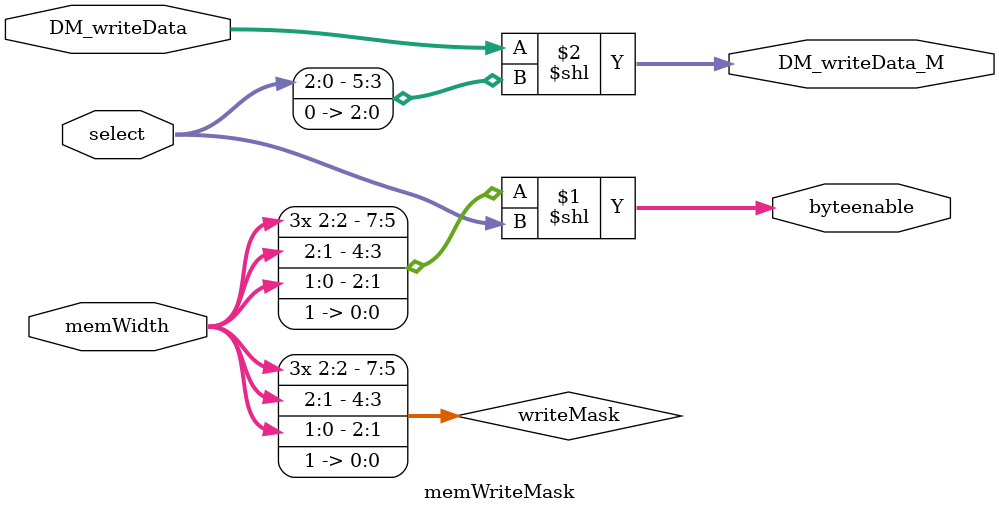
<source format=sv>
module memWriteMask#(parameter N=64)(input logic[2:0] select, memWidth, 
                                     input logic[N-1:0] DM_writeData,
                                     output logic [7:0] byteenable,
                                     output logic[N-1:0] DM_writeData_M);
    logic[7:0] writeMask;
    assign writeMask = {{4{memWidth[2]}},{2{memWidth[1]}}, memWidth[0], 1'b1};
    assign byteenable = writeMask << select;
    assign DM_writeData_M = DM_writeData << {select, 3'b0};
endmodule
</source>
